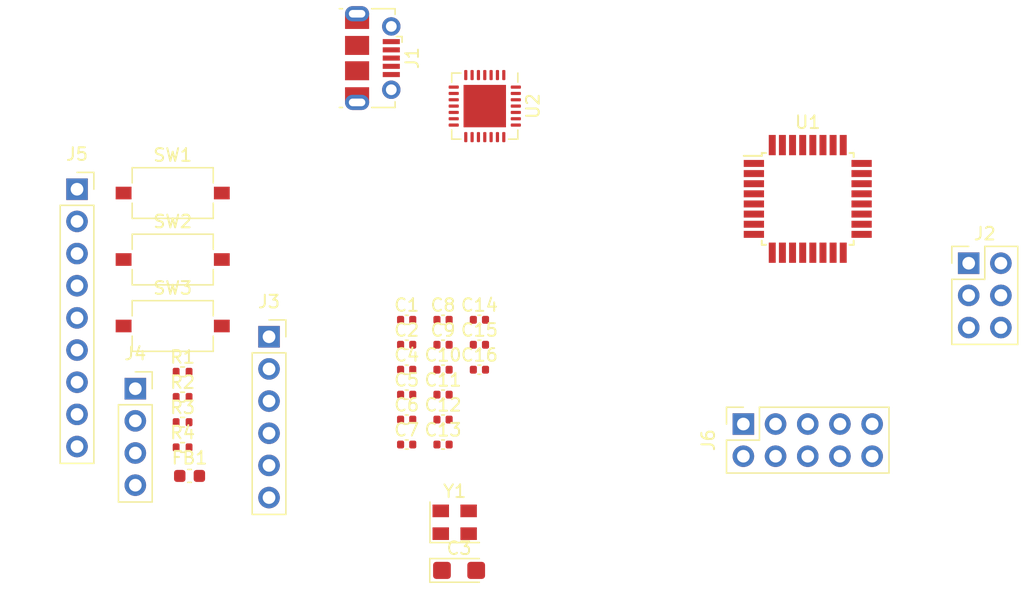
<source format=kicad_pcb>
(kicad_pcb (version 20221018) (generator pcbnew)
  (layers (0 "F.Cu" signal) (1 "In1.Cu" power) (2 "In2.Cu" power) (31 "B.Cu" signal) (34 "B.Paste" user) (35 "F.Paste" user) (36 "B.SilkS" user "B.Silkscreen") (37 "F.SilkS" user "F.Silkscreen") (38 "B.Mask" user) (39 "F.Mask" user) (44 "Edge.Cuts" user))
  (net 0 "")
  (net 1 "VBUS")
  (net 2 "GND")
  (net 3 "+5V")
  (net 4 "+3V3")
  (net 5 "/XTAL1")
  (net 6 "/XTAL2")
  (net 7 "/~{DTR}")
  (net 8 "/~{RES}")
  (net 9 "/AREF")
  (net 10 "/~{BTN1}")
  (net 11 "/~{BTN2}")
  (net 12 "/USB_D-")
  (net 13 "/USB_D+")
  (net 16 "/MISO")
  (net 17 "/SCK")
  (net 18 "/MOSI")
  (net 19 "/3Vo")
  (net 20 "/SDA")
  (net 21 "/SCL")
  (net 22 "/IMU_~{RST}")
  (net 23 "/PS0")
  (net 24 "/PS1")
  (net 25 "/INT")
  (net 26 "/ADR")
  (net 27 "/BLE_RST")
  (net 28 "/DFU")
  (net 29 "/BLE_IRQ")
  (net 30 "/BLE_CS")
  (net 31 "/PD5")
  (net 32 "/PC0")
  (net 33 "/PD6")
  (net 34 "/PC1")
  (net 35 "/PD7")
  (net 36 "/PC2")
  (net 38 "/PC3")
  (net 39 "/USB_~{RST}")
  (net 42 "/MCU_RX")
  (net 43 "/MCU_TX")
  (footprint "Capacitor_SMD:C_0402_1005Metric" (layer "F.Cu") (at 159.183 94.767)
    (fp_text reference "C10" (at 0 -1.16) (layer "F.SilkS"))
    (fp_text value "1u")
    (fp_line (start -0.107836 -0.36) (end 0.107836 -0.36) (stroke (width 0.12)) (layer "F.SilkS"))
    (fp_line (start -0.107836 0.36) (end 0.107836 0.36) (stroke (width 0.12)) (layer "F.SilkS"))
    (pad "1" smd roundrect (at -0.48 0) (size 0.56 0.62) (layers "F.Cu" "F.Paste" "F.Mask") (net 3 "+5V"))
    (pad "2" smd roundrect (at 0.48 0) (size 0.56 0.62) (layers "F.Cu" "F.Paste" "F.Mask") (net 2 "GND"))
  )
  (footprint "Resistor_SMD:R_0402_1005Metric" (layer "F.Cu") (at 138.633 94.937)
    (fp_text reference "R1" (at 0 -1.17) (layer "F.SilkS"))
    (fp_text value "10k")
    (fp_line (start -0.153641 -0.38) (end 0.153641 -0.38) (stroke (width 0.12)) (layer "F.SilkS"))
    (fp_line (start -0.153641 0.38) (end 0.153641 0.38) (stroke (width 0.12)) (layer "F.SilkS"))
    (pad "1" smd roundrect (at -0.51 0) (size 0.54 0.64) (layers "F.Cu" "F.Paste" "F.Mask") (net 3 "+5V"))
    (pad "2" smd roundrect (at 0.51 0) (size 0.54 0.64) (layers "F.Cu" "F.Paste" "F.Mask") (net 8 "/~{RES}"))
  )
  (footprint "Capacitor_SMD:C_0402_1005Metric" (layer "F.Cu") (at 159.183 96.737)
    (fp_text reference "C11" (at 0 -1.16) (layer "F.SilkS"))
    (fp_text value "100n")
    (fp_line (start -0.107836 -0.36) (end 0.107836 -0.36) (stroke (width 0.12)) (layer "F.SilkS"))
    (fp_line (start -0.107836 0.36) (end 0.107836 0.36) (stroke (width 0.12)) (layer "F.SilkS"))
    (pad "1" smd roundrect (at -0.48 0) (size 0.56 0.62) (layers "F.Cu" "F.Paste" "F.Mask") (net 3 "+5V"))
    (pad "2" smd roundrect (at 0.48 0) (size 0.56 0.62) (layers "F.Cu" "F.Paste" "F.Mask") (net 2 "GND"))
  )
  (footprint "Capacitor_SMD:C_0402_1005Metric" (layer "F.Cu") (at 162.053 94.767)
    (fp_text reference "C16" (at 0 -1.16) (layer "F.SilkS"))
    (fp_text value "1u")
    (fp_line (start -0.107836 -0.36) (end 0.107836 -0.36) (stroke (width 0.12)) (layer "F.SilkS"))
    (fp_line (start -0.107836 0.36) (end 0.107836 0.36) (stroke (width 0.12)) (layer "F.SilkS"))
    (pad "1" smd roundrect (at -0.48 0) (size 0.56 0.62) (layers "F.Cu" "F.Paste" "F.Mask") (net 11 "/~{BTN2}"))
    (pad "2" smd roundrect (at 0.48 0) (size 0.56 0.62) (layers "F.Cu" "F.Paste" "F.Mask") (net 2 "GND"))
  )
  (footprint "Connector_USB:USB_Micro-B_Molex-105017-0001" (layer "F.Cu") (at 153.6375 70.16 -90)
    (fp_text reference "J1" (at 0 -3.1125 90) (layer "F.SilkS"))
    (fp_text value "USB_B_Micro")
    (fp_line (start -3.9 -1.7625) (end -3.45 -1.7625) (stroke (width 0.12)) (layer "F.SilkS"))
    (fp_line (start -3.9 0.0875) (end -3.9 -1.7625) (stroke (width 0.12)) (layer "F.SilkS"))
    (fp_line (start -3.9 2.6375) (end -3.9 2.3875) (stroke (width 0.12)) (layer "F.SilkS"))
    (fp_line (start -1.7 -2.3125) (end -1.7 -1.8625) (stroke (width 0.12)) (layer "F.SilkS"))
    (fp_line (start -1.7 -2.3125) (end -1.25 -2.3125) (stroke (width 0.12)) (layer "F.SilkS"))
    (fp_line (start 3.9 -1.7625) (end 3.45 -1.7625) (stroke (width 0.12)) (layer "F.SilkS"))
    (fp_line (start 3.9 0.0875) (end 3.9 -1.7625) (stroke (width 0.12)) (layer "F.SilkS"))
    (fp_line (start 3.9 2.6375) (end 3.9 2.3875) (stroke (width 0.12)) (layer "F.SilkS"))
    (pad "1" smd rect (at -1.3 -1.4625 270) (size 0.4 1.35) (layers "F.Cu" "F.Paste" "F.Mask") (net 1 "VBUS"))
    (pad "2" smd rect (at -0.65 -1.4625 270) (size 0.4 1.35) (layers "F.Cu" "F.Paste" "F.Mask") (net 12 "/USB_D-"))
    (pad "3" smd rect (at 0 -1.4625 270) (size 0.4 1.35) (layers "F.Cu" "F.Paste" "F.Mask") (net 13 "/USB_D+"))
    (pad "4" smd rect (at 0.65 -1.4625 270) (size 0.4 1.35) (layers "F.Cu" "F.Paste" "F.Mask"))
    (pad "5" smd rect (at 1.3 -1.4625 270) (size 0.4 1.35) (layers "F.Cu" "F.Paste" "F.Mask") (net 2 "GND"))
    (pad "6" thru_hole oval (at -3.5 1.2375 90) (size 1.2 1.9) (drill oval 0.6 1.3) (layers "*.Cu" "*.Mask"))
    (pad "6" smd rect (at -2.9 1.2375 270) (size 1.2 1.9) (layers "F.Cu" "F.Mask"))
    (pad "6" thru_hole circle (at -2.5 -1.4625 270) (size 1.45 1.45) (drill 0.85) (layers "*.Cu" "*.Mask"))
    (pad "6" smd rect (at -1 1.2375 270) (size 1.5 1.9) (layers "F.Cu" "F.Paste" "F.Mask"))
    (pad "6" smd rect (at 1 1.2375 270) (size 1.5 1.9) (layers "F.Cu" "F.Paste" "F.Mask"))
    (pad "6" thru_hole circle (at 2.5 -1.4625 270) (size 1.45 1.45) (drill 0.85) (layers "*.Cu" "*.Mask"))
    (pad "6" smd rect (at 2.9 1.2375 270) (size 1.2 1.9) (layers "F.Cu" "F.Mask"))
    (pad "6" thru_hole oval (at 3.5 1.2375 270) (size 1.2 1.9) (drill oval 0.6 1.3) (layers "*.Cu" "*.Mask"))
  )
  (footprint "Capacitor_SMD:C_0402_1005Metric" (layer "F.Cu") (at 159.183 98.707)
    (fp_text reference "C12" (at 0 -1.16) (layer "F.SilkS"))
    (fp_text value "100n")
    (fp_line (start -0.107836 -0.36) (end 0.107836 -0.36) (stroke (width 0.12)) (layer "F.SilkS"))
    (fp_line (start -0.107836 0.36) (end 0.107836 0.36) (stroke (width 0.12)) (layer "F.SilkS"))
    (pad "1" smd roundrect (at -0.48 0) (size 0.56 0.62) (layers "F.Cu" "F.Paste" "F.Mask") (net 3 "+5V"))
    (pad "2" smd roundrect (at 0.48 0) (size 0.56 0.62) (layers "F.Cu" "F.Paste" "F.Mask") (net 2 "GND"))
  )
  (footprint "Package_QFP:TQFP-32_7x7mm_P0.8mm" (layer "F.Cu") (at 187.96 81.28)
    (fp_text reference "U1" (at 0 -6.05) (layer "F.SilkS"))
    (fp_text value "ATmega328P-A")
    (fp_line (start -3.625 -3.625) (end -3.625 -3.4) (stroke (width 0.15)) (layer "F.SilkS"))
    (fp_line (start -3.625 -3.625) (end -3.3 -3.625) (stroke (width 0.15)) (layer "F.SilkS"))
    (fp_line (start -3.625 -3.4) (end -5.05 -3.4) (stroke (width 0.15)) (layer "F.SilkS"))
    (fp_line (start -3.625 3.625) (end -3.625 3.3) (stroke (width 0.15)) (layer "F.SilkS"))
    (fp_line (start -3.625 3.625) (end -3.3 3.625) (stroke (width 0.15)) (layer "F.SilkS"))
    (fp_line (start 3.625 -3.625) (end 3.3 -3.625) (stroke (width 0.15)) (layer "F.SilkS"))
    (fp_line (start 3.625 -3.625) (end 3.625 -3.3) (stroke (width 0.15)) (layer "F.SilkS"))
    (fp_line (start 3.625 3.625) (end 3.3 3.625) (stroke (width 0.15)) (layer "F.SilkS"))
    (fp_line (start 3.625 3.625) (end 3.625 3.3) (stroke (width 0.15)) (layer "F.SilkS"))
    (pad "1" smd rect (at -4.25 -2.8) (size 1.6 0.55) (layers "F.Cu" "F.Paste" "F.Mask") (net 10 "/~{BTN1}"))
    (pad "2" smd rect (at -4.25 -2) (size 1.6 0.55) (layers "F.Cu" "F.Paste" "F.Mask") (net 11 "/~{BTN2}"))
    (pad "3" smd rect (at -4.25 -1.2) (size 1.6 0.55) (layers "F.Cu" "F.Paste" "F.Mask") (net 2 "GND"))
    (pad "4" smd rect (at -4.25 -0.4) (size 1.6 0.55) (layers "F.Cu" "F.Paste" "F.Mask") (net 3 "+5V"))
    (pad "5" smd rect (at -4.25 0.4) (size 1.6 0.55) (layers "F.Cu" "F.Paste" "F.Mask") (net 2 "GND"))
    (pad "6" smd rect (at -4.25 1.2) (size 1.6 0.55) (layers "F.Cu" "F.Paste" "F.Mask") (net 3 "+5V"))
    (pad "7" smd rect (at -4.25 2) (size 1.6 0.55) (layers "F.Cu" "F.Paste" "F.Mask") (net 5 "/XTAL1"))
    (pad "8" smd rect (at -4.25 2.8) (size 1.6 0.55) (layers "F.Cu" "F.Paste" "F.Mask") (net 6 "/XTAL2"))
    (pad "9" smd rect (at -2.8 4.25 90) (size 1.6 0.55) (layers "F.Cu" "F.Paste" "F.Mask") (net 31 "/PD5"))
    (pad "10" smd rect (at -2 4.25 90) (size 1.6 0.55) (layers "F.Cu" "F.Paste" "F.Mask") (net 33 "/PD6"))
    (pad "11" smd rect (at -1.2 4.25 90) (size 1.6 0.55) (layers "F.Cu" "F.Paste" "F.Mask") (net 35 "/PD7"))
    (pad "12" smd rect (at -0.4 4.25 90) (size 1.6 0.55) (layers "F.Cu" "F.Paste" "F.Mask") (net 27 "/BLE_RST"))
    (pad "13" smd rect (at 0.4 4.25 90) (size 1.6 0.55) (layers "F.Cu" "F.Paste" "F.Mask") (net 22 "/IMU_~{RST}"))
    (pad "14" smd rect (at 1.2 4.25 90) (size 1.6 0.55) (layers "F.Cu" "F.Paste" "F.Mask") (net 30 "/BLE_CS"))
    (pad "15" smd rect (at 2 4.25 90) (size 1.6 0.55) (layers "F.Cu" "F.Paste" "F.Mask") (net 18 "/MOSI"))
    (pad "16" smd rect (at 2.8 4.25 90) (size 1.6 0.55) (layers "F.Cu" "F.Paste" "F.Mask") (net 16 "/MISO"))
    (pad "17" smd rect (at 4.25 2.8) (size 1.6 0.55) (layers "F.Cu" "F.Paste" "F.Mask") (net 17 "/SCK"))
    (pad "18" smd rect (at 4.25 2) (size 1.6 0.55) (layers "F.Cu" "F.Paste" "F.Mask") (net 3 "+5V"))
    (pad "19" smd rect (at 4.25 1.2) (size 1.6 0.55) (layers "F.Cu" "F.Paste" "F.Mask"))
    (pad "20" smd rect (at 4.25 0.4) (size 1.6 0.55) (layers "F.Cu" "F.Paste" "F.Mask") (net 9 "/AREF"))
    (pad "21" smd rect (at 4.25 -0.4) (size 1.6 0.55) (layers "F.Cu" "F.Paste" "F.Mask") (net 2 "GND"))
    (pad "22" smd rect (at 4.25 -1.2) (size 1.6 0.55) (layers "F.Cu" "F.Paste" "F.Mask"))
    (pad "23" smd rect (at 4.25 -2) (size 1.6 0.55) (layers "F.Cu" "F.Paste" "F.Mask") (net 32 "/PC0"))
    (pad "24" smd rect (at 4.25 -2.8) (size 1.6 0.55) (layers "F.Cu" "F.Paste" "F.Mask") (net 34 "/PC1"))
    (pad "25" smd rect (at 2.8 -4.25 90) (size 1.6 0.55) (layers "F.Cu" "F.Paste" "F.Mask") (net 36 "/PC2"))
    (pad "26" smd rect (at 2 -4.25 90) (size 1.6 0.55) (layers "F.Cu" "F.Paste" "F.Mask") (net 38 "/PC3"))
    (pad "27" smd rect (at 1.2 -4.25 90) (size 1.6 0.55) (layers "F.Cu" "F.Paste" "F.Mask") (net 20 "/SDA"))
    (pad "28" smd rect (at 0.4 -4.25 90) (size 1.6 0.55) (layers "F.Cu" "F.Paste" "F.Mask") (net 21 "/SCL"))
    (pad "29" smd rect (at -0.4 -4.25 90) (size 1.6 0.55) (layers "F.Cu" "F.Paste" "F.Mask") (net 8 "/~{RES}"))
    (pad "30" smd rect (at -1.2 -4.25 90) (size 1.6 0.55) (layers "F.Cu" "F.Paste" "F.Mask") (net 42 "/MCU_RX"))
    (pad "31" smd rect (at -2 -4.25 90) (size 1.6 0.55) (layers "F.Cu" "F.Paste" "F.Mask") (net 43 "/MCU_TX"))
    (pad "32" smd rect (at -2.8 -4.25 90) (size 1.6 0.55) (layers "F.Cu" "F.Paste" "F.Mask") (net 29 "/BLE_IRQ"))
  )
  (footprint "Capacitor_Tantalum_SMD:CP_EIA-3216-18_Kemet-A" (layer "F.Cu") (at 160.448 110.617)
    (fp_text reference "C3" (at 0 -1.75) (layer "F.SilkS"))
    (fp_text value "10u")
    (fp_line (start -2.31 -0.935) (end -2.31 0.935) (stroke (width 0.12)) (layer "F.SilkS"))
    (fp_line (start -2.31 0.935) (end 1.6 0.935) (stroke (width 0.12)) (layer "F.SilkS"))
    (fp_line (start 1.6 -0.935) (end -2.31 -0.935) (stroke (width 0.12)) (layer "F.SilkS"))
    (pad "1" smd roundrect (at -1.35 0) (size 1.4 1.35) (layers "F.Cu" "F.Paste" "F.Mask") (roundrect_rratio 0.185185) (net 3 "+5V"))
    (pad "2" smd roundrect (at 1.35 0) (size 1.4 1.35) (layers "F.Cu" "F.Paste" "F.Mask") (roundrect_rratio 0.185185) (net 2 "GND"))
  )
  (footprint "Capacitor_SMD:C_0402_1005Metric" (layer "F.Cu") (at 156.313 94.767)
    (fp_text reference "C4" (at 0 -1.16) (layer "F.SilkS"))
    (fp_text value "100n")
    (fp_line (start -0.107836 -0.36) (end 0.107836 -0.36) (stroke (width 0.12)) (layer "F.SilkS"))
    (fp_line (start -0.107836 0.36) (end 0.107836 0.36) (stroke (width 0.12)) (layer "F.SilkS"))
    (pad "1" smd roundrect (at -0.48 0) (size 0.56 0.62) (layers "F.Cu" "F.Paste" "F.Mask") (net 4 "+3V3"))
    (pad "2" smd roundrect (at 0.48 0) (size 0.56 0.62) (layers "F.Cu" "F.Paste" "F.Mask") (net 2 "GND"))
  )
  (footprint "Connector_PinSocket_2.54mm:PinSocket_2x05_P2.54mm_Vertical" (layer "F.Cu") (at 182.88 99.06 90)
    (fp_text reference "J6" (at -1.27 -2.77 90) (layer "F.SilkS"))
    (fp_text value "HDR_GPIO")
    (fp_line (start -3.87 -1.33) (end -3.87 11.49) (stroke (width 0.12)) (layer "F.SilkS"))
    (fp_line (start -3.87 -1.33) (end -1.27 -1.33) (stroke (width 0.12)) (layer "F.SilkS"))
    (fp_line (start -3.87 11.49) (end 1.33 11.49) (stroke (width 0.12)) (layer "F.SilkS"))
    (fp_line (start -1.27 -1.33) (end -1.27 1.27) (stroke (width 0.12)) (layer "F.SilkS"))
    (fp_line (start -1.27 1.27) (end 1.33 1.27) (stroke (width 0.12)) (layer "F.SilkS"))
    (fp_line (start 0 -1.33) (end 1.33 -1.33) (stroke (width 0.12)) (layer "F.SilkS"))
    (fp_line (start 1.33 -1.33) (end 1.33 0) (stroke (width 0.12)) (layer "F.SilkS"))
    (fp_line (start 1.33 1.27) (end 1.33 11.49) (stroke (width 0.12)) (layer "F.SilkS"))
    (pad "1" thru_hole rect (at 0 0 90) (size 1.7 1.7) (drill 1) (layers "*.Cu" "*.Mask") (net 3 "+5V"))
    (pad "2" thru_hole oval (at -2.54 0 90) (size 1.7 1.7) (drill 1) (layers "*.Cu" "*.Mask") (net 31 "/PD5"))
    (pad "3" thru_hole oval (at 0 2.54 90) (size 1.7 1.7) (drill 1) (layers "*.Cu" "*.Mask") (net 32 "/PC0"))
    (pad "4" thru_hole oval (at -2.54 2.54 90) (size 1.7 1.7) (drill 1) (layers "*.Cu" "*.Mask") (net 33 "/PD6"))
    (pad "5" thru_hole oval (at 0 5.08 90) (size 1.7 1.7) (drill 1) (layers "*.Cu" "*.Mask") (net 34 "/PC1"))
    (pad "6" thru_hole oval (at -2.54 5.08 90) (size 1.7 1.7) (drill 1) (layers "*.Cu" "*.Mask") (net 35 "/PD7"))
    (pad "7" thru_hole oval (at 0 7.62 90) (size 1.7 1.7) (drill 1) (layers "*.Cu" "*.Mask") (net 36 "/PC2"))
    (pad "8" thru_hole oval (at -2.54 7.62 90) (size 1.7 1.7) (drill 1) (layers "*.Cu" "*.Mask"))
    (pad "9" thru_hole oval (at 0 10.16 90) (size 1.7 1.7) (drill 1) (layers "*.Cu" "*.Mask") (net 38 "/PC3"))
    (pad "10" thru_hole oval (at -2.54 10.16 90) (size 1.7 1.7) (drill 1) (layers "*.Cu" "*.Mask") (net 2 "GND"))
  )
  (footprint "Capacitor_SMD:C_0402_1005Metric" (layer "F.Cu") (at 156.313 96.737)
    (fp_text reference "C5" (at 0 -1.16) (layer "F.SilkS"))
    (fp_text value "100n")
    (fp_line (start -0.107836 -0.36) (end 0.107836 -0.36) (stroke (width 0.12)) (layer "F.SilkS"))
    (fp_line (start -0.107836 0.36) (end 0.107836 0.36) (stroke (width 0.12)) (layer "F.SilkS"))
    (pad "1" smd roundrect (at -0.48 0) (size 0.56 0.62) (layers "F.Cu" "F.Paste" "F.Mask") (net 3 "+5V"))
    (pad "2" smd roundrect (at 0.48 0) (size 0.56 0.62) (layers "F.Cu" "F.Paste" "F.Mask") (net 2 "GND"))
  )
  (footprint "Capacitor_SMD:C_0402_1005Metric" (layer "F.Cu") (at 159.183 92.797)
    (fp_text reference "C9" (at 0 -1.16) (layer "F.SilkS"))
    (fp_text value "100n")
    (fp_line (start -0.107836 -0.36) (end 0.107836 -0.36) (stroke (width 0.12)) (layer "F.SilkS"))
    (fp_line (start -0.107836 0.36) (end 0.107836 0.36) (stroke (width 0.12)) (layer "F.SilkS"))
    (pad "1" smd roundrect (at -0.48 0) (size 0.56 0.62) (layers "F.Cu" "F.Paste" "F.Mask") (net 7 "/~{DTR}"))
    (pad "2" smd roundrect (at 0.48 0) (size 0.56 0.62) (layers "F.Cu" "F.Paste" "F.Mask") (net 8 "/~{RES}"))
  )
  (footprint "Button_Switch_SMD:SW_Tactile_SPST_NO_Straight_CK_PTS636Sx25SMTRLFS" (layer "F.Cu") (at 137.853 91.317)
    (fp_text reference "SW3" (at 0 -3 unlocked) (layer "F.SilkS"))
    (fp_text value "SW_BTN2")
    (fp_line (start -3.2 -2) (end -3.2 -0.8) (stroke (width 0.12)) (layer "F.SilkS"))
    (fp_line (start -3.2 0.8) (end -3.2 2) (stroke (width 0.12)) (layer "F.SilkS"))
    (fp_line (start -3.2 2) (end 3.2 2) (stroke (width 0.12)) (layer "F.SilkS"))
    (fp_line (start 3.2 -2) (end -3.2 -2) (stroke (width 0.12)) (layer "F.SilkS"))
    (fp_line (start 3.2 -0.8) (end 3.2 -2) (stroke (width 0.12)) (layer "F.SilkS"))
    (fp_line (start 3.2 2) (end 3.2 0.8) (stroke (width 0.12)) (layer "F.SilkS"))
    (pad "1" smd rect (at -3.875 0) (size 1.25 1) (layers "F.Cu" "F.Paste" "F.Mask") (net 2 "GND"))
    (pad "2" smd rect (at 3.875 0) (size 1.25 1) (layers "F.Cu" "F.Paste" "F.Mask") (net 11 "/~{BTN2}"))
  )
  (footprint "Connector_PinSocket_2.54mm:PinSocket_1x06_P2.54mm_Vertical" (layer "F.Cu") (at 145.453 92.167)
    (fp_text reference "J3" (at 0 -2.77) (layer "F.SilkS"))
    (fp_text value "HDR_BNO55x6")
    (fp_line (start -1.33 1.27) (end -1.33 14.03) (stroke (width 0.12)) (layer "F.SilkS"))
    (fp_line (start -1.33 1.27) (end 1.33 1.27) (stroke (width 0.12)) (layer "F.SilkS"))
    (fp_line (start -1.33 14.03) (end 1.33 14.03) (stroke (width 0.12)) (layer "F.SilkS"))
    (fp_line (start 0 -1.33) (end 1.33 -1.33) (stroke (width 0.12)) (layer "F.SilkS"))
    (fp_line (start 1.33 -1.33) (end 1.33 0) (stroke (width 0.12)) (layer "F.SilkS"))
    (fp_line (start 1.33 1.27) (end 1.33 14.03) (stroke (width 0.12)) (layer "F.SilkS"))
    (pad "1" thru_hole rect (at 0 0) (size 1.7 1.7) (drill 1) (layers "*.Cu" "*.Mask") (net 3 "+5V"))
    (pad "2" thru_hole oval (at 0 2.54) (size 1.7 1.7) (drill 1) (layers "*.Cu" "*.Mask") (net 19 "/3Vo"))
    (pad "3" thru_hole oval (at 0 5.08) (size 1.7 1.7) (drill 1) (layers "*.Cu" "*.Mask") (net 2 "GND"))
    (pad "4" thru_hole oval (at 0 7.62) (size 1.7 1.7) (drill 1) (layers "*.Cu" "*.Mask") (net 20 "/SDA"))
    (pad "5" thru_hole oval (at 0 10.16) (size 1.7 1.7) (drill 1) (layers "*.Cu" "*.Mask") (net 21 "/SCL"))
    (pad "6" thru_hole oval (at 0 12.7) (size 1.7 1.7) (drill 1) (layers "*.Cu" "*.Mask") (net 22 "/IMU_~{RST}"))
  )
  (footprint "Capacitor_SMD:C_0402_1005Metric" (layer "F.Cu") (at 156.313 90.827)
    (fp_text reference "C1" (at 0 -1.16) (layer "F.SilkS"))
    (fp_text value "10n")
    (fp_line (start -0.107836 -0.36) (end 0.107836 -0.36) (stroke (width 0.12)) (layer "F.SilkS"))
    (fp_line (start -0.107836 0.36) (end 0.107836 0.36) (stroke (width 0.12)) (layer "F.SilkS"))
    (pad "1" smd roundrect (at -0.48 0) (size 0.56 0.62) (layers "F.Cu" "F.Paste" "F.Mask") (net 1 "VBUS"))
    (pad "2" smd roundrect (at 0.48 0) (size 0.56 0.62) (layers "F.Cu" "F.Paste" "F.Mask") (net 2 "GND"))
  )
  (footprint "Resistor_SMD:R_0402_1005Metric" (layer "F.Cu") (at 138.633 100.907)
    (fp_text reference "R4" (at 0 -1.17) (layer "F.SilkS"))
    (fp_text value "10k")
    (fp_line (start -0.153641 -0.38) (end 0.153641 -0.38) (stroke (width 0.12)) (layer "F.SilkS"))
    (fp_line (start -0.153641 0.38) (end 0.153641 0.38) (stroke (width 0.12)) (layer "F.SilkS"))
    (pad "1" smd roundrect (at -0.51 0) (size 0.54 0.64) (layers "F.Cu" "F.Paste" "F.Mask") (net 3 "+5V"))
    (pad "2" smd roundrect (at 0.51 0) (size 0.54 0.64) (layers "F.Cu" "F.Paste" "F.Mask") (net 11 "/~{BTN2}"))
  )
  (footprint "Capacitor_SMD:C_0402_1005Metric" (layer "F.Cu") (at 156.313 92.797)
    (fp_text reference "C2" (at 0 -1.16) (layer "F.SilkS"))
    (fp_text value "100n")
    (fp_line (start -0.107836 -0.36) (end 0.107836 -0.36) (stroke (width 0.12)) (layer "F.SilkS"))
    (fp_line (start -0.107836 0.36) (end 0.107836 0.36) (stroke (width 0.12)) (layer "F.SilkS"))
    (pad "1" smd roundrect (at -0.48 0) (size 0.56 0.62) (layers "F.Cu" "F.Paste" "F.Mask") (net 3 "+5V"))
    (pad "2" smd roundrect (at 0.48 0) (size 0.56 0.62) (layers "F.Cu" "F.Paste" "F.Mask") (net 2 "GND"))
  )
  (footprint "Connector_PinSocket_2.54mm:PinSocket_1x09_P2.54mm_Vertical" (layer "F.Cu") (at 130.303 80.517)
    (fp_text reference "J5" (at 0 -2.77) (layer "F.SilkS"))
    (fp_text value "HDR_BLE_Friend")
    (fp_line (start -1.33 1.27) (end -1.33 21.65) (stroke (width 0.12)) (layer "F.SilkS"))
    (fp_line (start -1.33 1.27) (end 1.33 1.27) (stroke (width 0.12)) (layer "F.SilkS"))
    (fp_line (start -1.33 21.65) (end 1.33 21.65) (stroke (width 0.12)) (layer "F.SilkS"))
    (fp_line (start 0 -1.33) (end 1.33 -1.33) (stroke (width 0.12)) (layer "F.SilkS"))
    (fp_line (start 1.33 -1.33) (end 1.33 0) (stroke (width 0.12)) (layer "F.SilkS"))
    (fp_line (start 1.33 1.27) (end 1.33 21.65) (stroke (width 0.12)) (layer "F.SilkS"))
    (pad "1" thru_hole rect (at 0 0) (size 1.7 1.7) (drill 1) (layers "*.Cu" "*.Mask") (net 3 "+5V"))
    (pad "2" thru_hole oval (at 0 2.54) (size 1.7 1.7) (drill 1) (layers "*.Cu" "*.Mask") (net 2 "GND"))
    (pad "3" thru_hole oval (at 0 5.08) (size 1.7 1.7) (drill 1) (layers "*.Cu" "*.Mask") (net 27 "/BLE_RST"))
    (pad "4" thru_hole oval (at 0 7.62) (size 1.7 1.7) (drill 1) (layers "*.Cu" "*.Mask") (net 28 "/DFU"))
    (pad "5" thru_hole oval (at 0 10.16) (size 1.7 1.7) (drill 1) (layers "*.Cu" "*.Mask") (net 29 "/BLE_IRQ"))
    (pad "6" thru_hole oval (at 0 12.7) (size 1.7 1.7) (drill 1) (layers "*.Cu" "*.Mask") (net 30 "/BLE_CS"))
    (pad "7" thru_hole oval (at 0 15.24) (size 1.7 1.7) (drill 1) (layers "*.Cu" "*.Mask") (net 18 "/MOSI"))
    (pad "8" thru_hole oval (at 0 17.78) (size 1.7 1.7) (drill 1) (layers "*.Cu" "*.Mask") (net 16 "/MISO"))
    (pad "9" thru_hole oval (at 0 20.32) (size 1.7 1.7) (drill 1) (layers "*.Cu" "*.Mask") (net 17 "/SCK"))
  )
  (footprint "Capacitor_SMD:C_0402_1005Metric" (layer "F.Cu") (at 159.183 100.677)
    (fp_text reference "C13" (at 0 -1.16) (layer "F.SilkS"))
    (fp_text value "100n")
    (fp_line (start -0.107836 -0.36) (end 0.107836 -0.36) (stroke (width 0.12)) (layer "F.SilkS"))
    (fp_line (start -0.107836 0.36) (end 0.107836 0.36) (stroke (width 0.12)) (layer "F.SilkS"))
    (pad "1" smd roundrect (at -0.48 0) (size 0.56 0.62) (layers "F.Cu" "F.Paste" "F.Mask") (net 9 "/AREF"))
    (pad "2" smd roundrect (at 0.48 0) (size 0.56 0.62) (layers "F.Cu" "F.Paste" "F.Mask") (net 2 "GND"))
  )
  (footprint "Capacitor_SMD:C_0402_1005Metric" (layer "F.Cu") (at 156.313 98.707)
    (fp_text reference "C6" (at 0 -1.16) (layer "F.SilkS"))
    (fp_text value "1u")
    (fp_line (start -0.107836 -0.36) (end 0.107836 -0.36) (stroke (width 0.12)) (layer "F.SilkS"))
    (fp_line (start -0.107836 0.36) (end 0.107836 0.36) (stroke (width 0.12)) (layer "F.SilkS"))
    (pad "1" smd roundrect (at -0.48 0) (size 0.56 0.62) (layers "F.Cu" "F.Paste" "F.Mask") (net 3 "+5V"))
    (pad "2" smd roundrect (at 0.48 0) (size 0.56 0.62) (layers "F.Cu" "F.Paste" "F.Mask") (net 2 "GND"))
  )
  (footprint "Capacitor_SMD:C_0603_1608Metric" (layer "F.Cu") (at 139.183 103.157)
    (fp_text reference "FB1" (at 0 -1.43) (layer "F.SilkS"))
    (fp_text value "600R")
    (fp_line (start -0.14058 -0.51) (end 0.14058 -0.51) (stroke (width 0.12)) (layer "F.SilkS"))
    (fp_line (start -0.14058 0.51) (end 0.14058 0.51) (stroke (width 0.12)) (layer "F.SilkS"))
    (pad "1" smd roundrect (at -0.775 0) (size 0.9 0.95) (layers "F.Cu" "F.Paste" "F.Mask") (net 3 "+5V"))
    (pad "2" smd roundrect (at 0.775 0) (size 0.9 0.95) (layers "F.Cu" "F.Paste" "F.Mask") (net 1 "VBUS"))
  )
  (footprint "Crystal:Crystal_SMD_EuroQuartz_MT-4Pin_3.2x2.5mm" (layer "F.Cu") (at 160.103 106.817)
    (fp_text reference "Y1" (at 0 -2.45) (layer "F.SilkS"))
    (fp_text value "X322516MLB4SI")
    (fp_line (start -1.95 -1.6) (end -1.95 1.6) (stroke (width 0.12)) (layer "F.SilkS"))
    (fp_line (start -1.95 1.6) (end 1.95 1.6) (stroke (width 0.12)) (layer "F.SilkS"))
    (pad "1" smd rect (at -1.1 0.9) (size 1.3 1) (layers "F.Cu" "F.Paste" "F.Mask") (net 5 "/XTAL1"))
    (pad "2" smd rect (at 1.1 0.9) (size 1.3 1) (layers "F.Cu" "F.Paste" "F.Mask") (net 2 "GND"))
    (pad "3" smd rect (at 1.1 -0.9) (size 1.3 1) (layers "F.Cu" "F.Paste" "F.Mask") (net 6 "/XTAL2"))
    (pad "4" smd rect (at -1.1 -0.9) (size 1.3 1) (layers "F.Cu" "F.Paste" "F.Mask") (net 2 "GND"))
  )
  (footprint "Connector_PinSocket_2.54mm:PinSocket_1x04_P2.54mm_Vertical" (layer "F.Cu") (at 134.903 96.267)
    (fp_text reference "J4" (at 0 -2.77) (layer "F.SilkS"))
    (fp_text value "HDR_BNO55x4")
    (fp_line (start -1.33 1.27) (end -1.33 8.95) (stroke (width 0.12)) (layer "F.SilkS"))
    (fp_line (start -1.33 1.27) (end 1.33 1.27) (stroke (width 0.12)) (layer "F.SilkS"))
    (fp_line (start -1.33 8.95) (end 1.33 8.95) (stroke (width 0.12)) (layer "F.SilkS"))
    (fp_line (start 0 -1.33) (end 1.33 -1.33) (stroke (width 0.12)) (layer "F.SilkS"))
    (fp_line (start 1.33 -1.33) (end 1.33 0) (stroke (width 0.12)) (layer "F.SilkS"))
    (fp_line (start 1.33 1.27) (end 1.33 8.95) (stroke (width 0.12)) (layer "F.SilkS"))
    (pad "1" thru_hole rect (at 0 0) (size 1.7 1.7) (drill 1) (layers "*.Cu" "*.Mask") (net 23 "/PS0"))
    (pad "2" thru_hole oval (at 0 2.54) (size 1.7 1.7) (drill 1) (layers "*.Cu" "*.Mask") (net 24 "/PS1"))
    (pad "3" thru_hole oval (at 0 5.08) (size 1.7 1.7) (drill 1) (layers "*.Cu" "*.Mask") (net 25 "/INT"))
    (pad "4" thru_hole oval (at 0 7.62) (size 1.7 1.7) (drill 1) (layers "*.Cu" "*.Mask") (net 26 "/ADR"))
  )
  (footprint "Resistor_SMD:R_0402_1005Metric" (layer "F.Cu") (at 138.633 98.917)
    (fp_text reference "R3" (at 0 -1.17) (layer "F.SilkS"))
    (fp_text value "10k")
    (fp_line (start -0.153641 -0.38) (end 0.153641 -0.38) (stroke (width 0.12)) (layer "F.SilkS"))
    (fp_line (start -0.153641 0.38) (end 0.153641 0.38) (stroke (width 0.12)) (layer "F.SilkS"))
    (pad "1" smd roundrect (at -0.51 0) (size 0.54 0.64) (layers "F.Cu" "F.Paste" "F.Mask") (net 3 "+5V"))
    (pad "2" smd roundrect (at 0.51 0) (size 0.54 0.64) (layers "F.Cu" "F.Paste" "F.Mask") (net 10 "/~{BTN1}"))
  )
  (footprint "Capacitor_SMD:C_0402_1005Metric" (layer "F.Cu") (at 162.053 92.797)
    (fp_text reference "C15" (at 0 -1.16) (layer "F.SilkS"))
    (fp_text value "1u")
    (fp_line (start -0.107836 -0.36) (end 0.107836 -0.36) (stroke (width 0.12)) (layer "F.SilkS"))
    (fp_line (start -0.107836 0.36) (end 0.107836 0.36) (stroke (width 0.12)) (layer "F.SilkS"))
    (pad "1" smd roundrect (at -0.48 0) (size 0.56 0.62) (layers "F.Cu" "F.Paste" "F.Mask") (net 10 "/~{BTN1}"))
    (pad "2" smd roundrect (at 0.48 0) (size 0.56 0.62) (layers "F.Cu" "F.Paste" "F.Mask") (net 2 "GND"))
  )
  (footprint "Resistor_SMD:R_0402_1005Metric" (layer "F.Cu") (at 138.633 96.927)
    (fp_text reference "R2" (at 0 -1.17) (layer "F.SilkS"))
    (fp_text value "10k")
    (fp_line (start -0.153641 -0.38) (end 0.153641 -0.38) (stroke (width 0.12)) (layer "F.SilkS"))
    (fp_line (start -0.153641 0.38) (end 0.153641 0.38) (stroke (width 0.12)) (layer "F.SilkS"))
    (pad "1" smd roundrect (at -0.51 0) (size 0.54 0.64) (layers "F.Cu" "F.Paste" "F.Mask") (net 3 "+5V"))
    (pad "2" smd roundrect (at 0.51 0) (size 0.54 0.64) (layers "F.Cu" "F.Paste" "F.Mask") (net 39 "/USB_~{RST}"))
  )
  (footprint "Button_Switch_SMD:SW_Tactile_SPST_NO_Straight_CK_PTS636Sx25SMTRLFS" (layer "F.Cu") (at 137.853 80.817)
    (fp_text reference "SW1" (at 0 -3 unlocked) (layer "F.SilkS"))
    (fp_text value "SW_RES")
    (fp_line (start -3.2 -2) (end -3.2 -0.8) (stroke (width 0.12)) (layer "F.SilkS"))
    (fp_line (start -3.2 0.8) (end -3.2 2) (stroke (width 0.12)) (layer "F.SilkS"))
    (fp_line (start -3.2 2) (end 3.2 2) (stroke (width 0.12)) (layer "F.SilkS"))
    (fp_line (start 3.2 -2) (end -3.2 -2) (stroke (width 0.12)) (layer "F.SilkS"))
    (fp_line (start 3.2 -0.8) (end 3.2 -2) (stroke (width 0.12)) (layer "F.SilkS"))
    (fp_line (start 3.2 2) (end 3.2 0.8) (stroke (width 0.12)) (layer "F.SilkS"))
    (pad "1" smd rect (at -3.875 0) (size 1.25 1) (layers "F.Cu" "F.Paste" "F.Mask") (net 8 "/~{RES}"))
    (pad "2" smd rect (at 3.875 0) (size 1.25 1) (layers "F.Cu" "F.Paste" "F.Mask") (net 2 "GND"))
  )
  (footprint "Capacitor_SMD:C_0402_1005Metric" (layer "F.Cu") (at 156.313 100.677)
    (fp_text reference "C7" (at 0 -1.16) (layer "F.SilkS"))
    (fp_text value "18p")
    (fp_line (start -0.107836 -0.36) (end 0.107836 -0.36) (stroke (width 0.12)) (layer "F.SilkS"))
    (fp_line (start -0.107836 0.36) (end 0.107836 0.36) (stroke (width 0.12)) (layer "F.SilkS"))
    (pad "1" smd roundrect (at -0.48 0) (size 0.56 0.62) (layers "F.Cu" "F.Paste" "F.Mask") (net 5 "/XTAL1"))
    (pad "2" smd roundrect (at 0.48 0) (size 0.56 0.62) (layers "F.Cu" "F.Paste" "F.Mask") (net 2 "GND"))
  )
  (footprint "Button_Switch_SMD:SW_Tactile_SPST_NO_Straight_CK_PTS636Sx25SMTRLFS" (layer "F.Cu") (at 137.853 86.067)
    (fp_text reference "SW2" (at 0 -3 unlocked) (layer "F.SilkS"))
    (fp_text value "SW_BTN1")
    (fp_line (start -3.2 -2) (end -3.2 -0.8) (stroke (width 0.12)) (layer "F.SilkS"))
    (fp_line (start -3.2 0.8) (end -3.2 2) (stroke (width 0.12)) (layer "F.SilkS"))
    (fp_line (start -3.2 2) (end 3.2 2) (stroke (width 0.12)) (layer "F.SilkS"))
    (fp_line (start 3.2 -2) (end -3.2 -2) (stroke (width 0.12)) (layer "F.SilkS"))
    (fp_line (start 3.2 -0.8) (end 3.2 -2) (stroke (width 0.12)) (layer "F.SilkS"))
    (fp_line (start 3.2 2) (end 3.2 0.8) (stroke (width 0.12)) (layer "F.SilkS"))
    (pad "1" smd rect (at -3.875 0) (size 1.25 1) (layers "F.Cu" "F.Paste" "F.Mask") (net 2 "GND"))
    (pad "2" smd rect (at 3.875 0) (size 1.25 1) (layers "F.Cu" "F.Paste" "F.Mask") (net 10 "/~{BTN1}"))
  )
  (footprint "Capacitor_SMD:C_0402_1005Metric" (layer "F.Cu") (at 159.183 90.827)
    (fp_text reference "C8" (at 0 -1.16) (layer "F.SilkS"))
    (fp_text value "18p")
    (fp_line (start -0.107836 -0.36) (end 0.107836 -0.36) (stroke (width 0.12)) (layer "F.SilkS"))
    (fp_line (start -0.107836 0.36) (end 0.107836 0.36) (stroke (width 0.12)) (layer "F.SilkS"))
    (pad "1" smd roundrect (at -0.48 0) (size 0.56 0.62) (layers "F.Cu" "F.Paste" "F.Mask") (net 6 "/XTAL2"))
    (pad "2" smd roundrect (at 0.48 0) (size 0.56 0.62) (layers "F.Cu" "F.Paste" "F.Mask") (net 2 "GND"))
  )
  (footprint "Connector_PinHeader_2.54mm:PinHeader_2x03_P2.54mm_Vertical" (layer "F.Cu") (at 200.66 86.36)
    (fp_text reference "J2" (at 1.27 -2.33) (layer "F.SilkS"))
    (fp_text value "ISP")
    (fp_line (start -1.33 -1.33) (end 0 -1.33) (stroke (width 0.12)) (layer "F.SilkS"))
    (fp_line (start -1.33 0) (end -1.33 -1.33) (stroke (width 0.12)) (layer "F.SilkS"))
    (fp_line (start -1.33 1.27) (end -1.33 6.41) (stroke (width 0.12)) (layer "F.SilkS"))
    (fp_line (start -1.33 1.27) (end 1.27 1.27) (stroke (width 0.12)) (layer "F.SilkS"))
    (fp_line (start -1.33 6.41) (end 3.87 6.41) (stroke (width 0.12)) (layer "F.SilkS"))
    (fp_line (start 1.27 -1.33) (end 3.87 -1.33) (stroke (width 0.12)) (layer "F.SilkS"))
    (fp_line (start 1.27 1.27) (end 1.27 -1.33) (stroke (width 0.12)) (layer "F.SilkS"))
    (fp_line (start 3.87 -1.33) (end 3.87 6.41) (stroke (width 0.12)) (layer "F.SilkS"))
    (pad "1" thru_hole rect (at 0 0) (size 1.7 1.7) (drill 1) (layers "*.Cu" "*.Mask") (net 16 "/MISO"))
    (pad "2" thru_hole oval (at 2.54 0) (size 1.7 1.7) (drill 1) (layers "*.Cu" "*.Mask") (net 3 "+5V"))
    (pad "3" thru_hole oval (at 0 2.54) (size 1.7 1.7) (drill 1) (layers "*.Cu" "*.Mask") (net 17 "/SCK"))
    (pad "4" thru_hole oval (at 2.54 2.54) (size 1.7 1.7) (drill 1) (layers "*.Cu" "*.Mask") (net 18 "/MOSI"))
    (pad "5" thru_hole oval (at 0 5.08) (size 1.7 1.7) (drill 1) (layers "*.Cu" "*.Mask") (net 8 "/~{RES}"))
    (pad "6" thru_hole oval (at 2.54 5.08) (size 1.7 1.7) (drill 1) (layers "*.Cu" "*.Mask") (net 2 "GND"))
  )
  (footprint "Capacitor_SMD:C_0402_1005Metric" (layer "F.Cu") (at 162.053 90.827)
    (fp_text reference "C14" (at 0 -1.16) (layer "F.SilkS"))
    (fp_text value "1u")
    (fp_line (start -0.107836 -0.36) (end 0.107836 -0.36) (stroke (width 0.12)) (layer "F.SilkS"))
    (fp_line (start -0.107836 0.36) (end 0.107836 0.36) (stroke (width 0.12)) (layer "F.SilkS"))
    (pad "1" smd roundrect (at -0.48 0) (size 0.56 0.62) (layers "F.Cu" "F.Paste" "F.Mask") (net 8 "/~{RES}"))
    (pad "2" smd roundrect (at 0.48 0) (size 0.56 0.62) (layers "F.Cu" "F.Paste" "F.Mask") (net 2 "GND"))
  )
  (footprint "Package_DFN_QFN:QFN-28-1EP_5x5mm_P0.5mm_EP3.35x3.35mm" (layer "F.Cu") (at 162.4758 73.951 -90)
    (fp_text reference "U2" (at 0 -3.8 90) (layer "F.SilkS"))
    (fp_text value "CP2102-GMR")
    (fp_line (start -2.61 2.61) (end -2.61 1.885) (stroke (width 0.12)) (layer "F.SilkS"))
    (fp_line (start -1.885 -2.61) (end -2.61 -2.61) (stroke (width 0.12)) (layer "F.SilkS"))
    (fp_line (start -1.885 2.61) (end -2.61 2.61) (stroke (width 0.12)) (layer "F.SilkS"))
    (fp_line (start 1.885 -2.61) (end 2.61 -2.61) (stroke (width 0.12)) (layer "F.SilkS"))
    (fp_line (start 1.885 2.61) (end 2.61 2.61) (stroke (width 0.12)) (layer "F.SilkS"))
    (fp_line (start 2.61 -2.61) (end 2.61 -1.885) (stroke (width 0.12)) (layer "F.SilkS"))
    (fp_line (start 2.61 2.61) (end 2.61 1.885) (stroke (width 0.12)) (layer "F.SilkS"))
    (pad "1" smd roundrect (at -2.45 -1.5 270) (size 0.8 0.25) (layers "F.Cu" "F.Paste" "F.Mask"))
    (pad "2" smd roundrect (at -2.45 -1 270) (size 0.8 0.25) (layers "F.Cu" "F.Paste" "F.Mask"))
    (pad "3" smd roundrect (at -2.45 -0.5 270) (size 0.8 0.25) (layers "F.Cu" "F.Paste" "F.Mask") (net 2 "GND"))
    (pad "4" smd roundrect (at -2.45 0 270) (size 0.8 0.25) (layers "F.Cu" "F.Paste" "F.Mask") (net 13 "/USB_D+"))
    (pad "5" smd roundrect (at -2.45 0.5 270) (size 0.8 0.25) (layers "F.Cu" "F.Paste" "F.Mask") (net 12 "/USB_D-"))
    (pad "6" smd roundrect (at -2.45 1 270) (size 0.8 0.25) (layers "F.Cu" "F.Paste" "F.Mask") (net 4 "+3V3"))
    (pad "7" smd roundrect (at -2.45 1.5 270) (size 0.8 0.25) (layers "F.Cu" "F.Paste" "F.Mask") (net 3 "+5V"))
    (pad "8" smd roundrect (at -1.5 2.45 270) (size 0.25 0.8) (layers "F.Cu" "F.Paste" "F.Mask") (net 1 "VBUS"))
    (pad "9" smd roundrect (at -1 2.45 270) (size 0.25 0.8) (layers "F.Cu" "F.Paste" "F.Mask") (net 39 "/USB_~{RST}"))
    (pad "10" smd roundrect (at -0.5 2.45 270) (size 0.25 0.8) (layers "F.Cu" "F.Paste" "F.Mask"))
    (pad "11" smd roundrect (at 0 2.45 270) (size 0.25 0.8) (layers "F.Cu" "F.Paste" "F.Mask"))
    (pad "12" smd roundrect (at 0.5 2.45 270) (size 0.25 0.8) (layers "F.Cu" "F.Paste" "F.Mask"))
    (pad "13" smd roundrect (at 1 2.45 270) (size 0.25 0.8) (layers "F.Cu" "F.Paste" "F.Mask"))
    (pad "14" smd roundrect (at 1.5 2.45 270) (size 0.25 0.8) (layers "F.Cu" "F.Paste" "F.Mask"))
    (pad "15" smd roundrect (at 2.45 1.5 270) (size 0.8 0.25) (layers "F.Cu" "F.Paste" "F.Mask"))
    (pad "16" smd roundrect (at 2.45 1 270) (size 0.8 0.25) (layers "F.Cu" "F.Paste" "F.Mask"))
    (pad "17" smd roundrect (at 2.45 0.5 270) (size 0.8 0.25) (layers "F.Cu" "F.Paste" "F.Mask"))
    (pad "18" smd roundrect (at 2.45 0 270) (size 0.8 0.25) (layers "F.Cu" "F.Paste" "F.Mask"))
    (pad "19" smd roundrect (at 2.45 -0.5 270) (size 0.8 0.25) (layers "F.Cu" "F.Paste" "F.Mask"))
    (pad "20" smd roundrect (at 2.45 -1 270) (size 0.8 0.25) (layers "F.Cu" "F.Paste" "F.Mask"))
    (pad "21" smd roundrect (at 2.45 -1.5 270) (size 0.8 0.25) (layers "F.Cu" "F.Paste" "F.Mask"))
    (pad "22" smd roundrect (at 1.5 -2.45 270) (size 0.25 0.8) (layers "F.Cu" "F.Paste" "F.Mask"))
    (pad "23" smd roundrect (at 1 -2.45 270) (size 0.25 0.8) (layers "F.Cu" "F.Paste" "F.Mask"))
    (pad "24" smd roundrect (at 0.5 -2.45 270) (size 0.25 0.8) (layers "F.Cu" "F.Paste" "F.Mask"))
    (pad "25" smd roundrect (at 0 -2.45 270) (size 0.25 0.8) (layers "F.Cu" "F.Paste" "F.Mask") (net 43 "/MCU_TX"))
    (pad "26" smd roundrect (at -0.5 -2.45 270) (size 0.25 0.8) (layers "F.Cu" "F.Paste" "F.Mask") (net 42 "/MCU_RX"))
    (pad "27" smd roundrect (at -1 -2.45 270) (size 0.25 0.8) (layers "F.Cu" "F.Paste" "F.Mask"))
    (pad "28" smd roundrect (at -1.5 -2.45 270) (size 0.25 0.8) (layers "F.Cu" "F.Paste" "F.Mask") (net 7 "/~{DTR}"))
    (pad "29" smd rect (at 0 0 270) (size 3.35 3.35) (layers "F.Cu" "F.Mask") (net 2 "GND"))
  )
)
</source>
